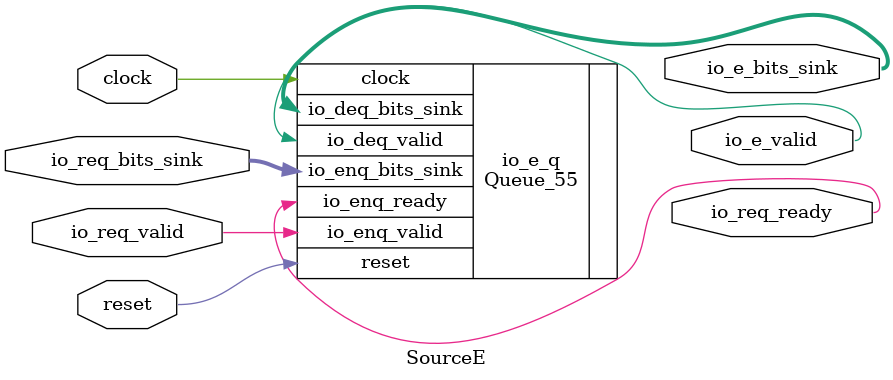
<source format=sv>
`ifndef RANDOMIZE
  `ifdef RANDOMIZE_MEM_INIT
    `define RANDOMIZE
  `endif // RANDOMIZE_MEM_INIT
`endif // not def RANDOMIZE
`ifndef RANDOMIZE
  `ifdef RANDOMIZE_REG_INIT
    `define RANDOMIZE
  `endif // RANDOMIZE_REG_INIT
`endif // not def RANDOMIZE

`ifndef RANDOM
  `define RANDOM $random
`endif // not def RANDOM

// Users can define INIT_RANDOM as general code that gets injected into the
// initializer block for modules with registers.
`ifndef INIT_RANDOM
  `define INIT_RANDOM
`endif // not def INIT_RANDOM

// If using random initialization, you can also define RANDOMIZE_DELAY to
// customize the delay used, otherwise 0.002 is used.
`ifndef RANDOMIZE_DELAY
  `define RANDOMIZE_DELAY 0.002
`endif // not def RANDOMIZE_DELAY

// Define INIT_RANDOM_PROLOG_ for use in our modules below.
`ifndef INIT_RANDOM_PROLOG_
  `ifdef RANDOMIZE
    `ifdef VERILATOR
      `define INIT_RANDOM_PROLOG_ `INIT_RANDOM
    `else  // VERILATOR
      `define INIT_RANDOM_PROLOG_ `INIT_RANDOM #`RANDOMIZE_DELAY begin end
    `endif // VERILATOR
  `else  // RANDOMIZE
    `define INIT_RANDOM_PROLOG_
  `endif // RANDOMIZE
`endif // not def INIT_RANDOM_PROLOG_

// Include register initializers in init blocks unless synthesis is set
`ifndef SYNTHESIS
  `ifndef ENABLE_INITIAL_REG_
    `define ENABLE_INITIAL_REG_
  `endif // not def ENABLE_INITIAL_REG_
`endif // not def SYNTHESIS

// Include rmemory initializers in init blocks unless synthesis is set
`ifndef SYNTHESIS
  `ifndef ENABLE_INITIAL_MEM_
    `define ENABLE_INITIAL_MEM_
  `endif // not def ENABLE_INITIAL_MEM_
`endif // not def SYNTHESIS

// Standard header to adapt well known macros for prints and assertions.

// Users can define 'PRINTF_COND' to add an extra gate to prints.
`ifndef PRINTF_COND_
  `ifdef PRINTF_COND
    `define PRINTF_COND_ (`PRINTF_COND)
  `else  // PRINTF_COND
    `define PRINTF_COND_ 1
  `endif // PRINTF_COND
`endif // not def PRINTF_COND_

// Users can define 'ASSERT_VERBOSE_COND' to add an extra gate to assert error printing.
`ifndef ASSERT_VERBOSE_COND_
  `ifdef ASSERT_VERBOSE_COND
    `define ASSERT_VERBOSE_COND_ (`ASSERT_VERBOSE_COND)
  `else  // ASSERT_VERBOSE_COND
    `define ASSERT_VERBOSE_COND_ 1
  `endif // ASSERT_VERBOSE_COND
`endif // not def ASSERT_VERBOSE_COND_

// Users can define 'STOP_COND' to add an extra gate to stop conditions.
`ifndef STOP_COND_
  `ifdef STOP_COND
    `define STOP_COND_ (`STOP_COND)
  `else  // STOP_COND
    `define STOP_COND_ 1
  `endif // STOP_COND
`endif // not def STOP_COND_

module SourceE(
  input        clock,
               reset,
  output       io_req_ready,	// @[generators/rocket-chip-inclusive-cache/design/craft/inclusivecache/src/SourceE.scala:31:14]
  input        io_req_valid,	// @[generators/rocket-chip-inclusive-cache/design/craft/inclusivecache/src/SourceE.scala:31:14]
  input  [2:0] io_req_bits_sink,	// @[generators/rocket-chip-inclusive-cache/design/craft/inclusivecache/src/SourceE.scala:31:14]
  output       io_e_valid,	// @[generators/rocket-chip-inclusive-cache/design/craft/inclusivecache/src/SourceE.scala:31:14]
  output [2:0] io_e_bits_sink	// @[generators/rocket-chip-inclusive-cache/design/craft/inclusivecache/src/SourceE.scala:31:14]
);

  Queue_55 io_e_q (	// @[src/main/scala/chisel3/util/Decoupled.scala:376:21]
    .clock            (clock),
    .reset            (reset),
    .io_enq_ready     (io_req_ready),
    .io_enq_valid     (io_req_valid),
    .io_enq_bits_sink (io_req_bits_sink),
    .io_deq_valid     (io_e_valid),
    .io_deq_bits_sink (io_e_bits_sink)
  );
endmodule


</source>
